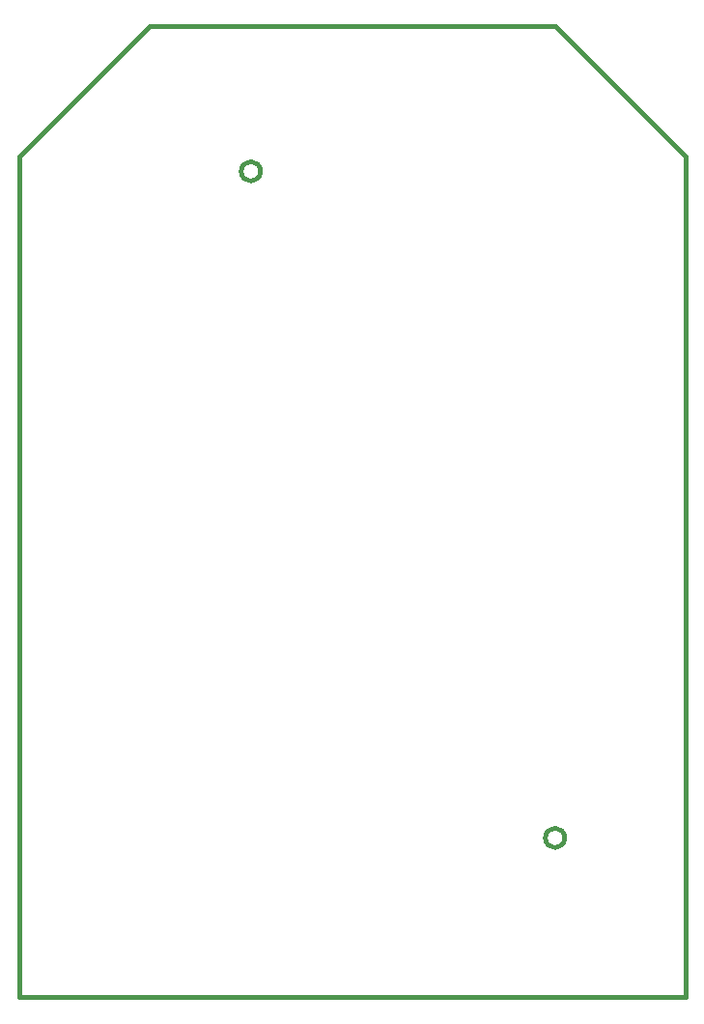
<source format=gbr>
G04 #@! TF.GenerationSoftware,KiCad,Pcbnew,5.1.12-84ad8e8a86~92~ubuntu20.04.1*
G04 #@! TF.CreationDate,2024-08-07T09:29:16+00:00*
G04 #@! TF.ProjectId,___-1.17.C-1,221a1f2d-312e-4313-972e-432d312e6b69,3C*
G04 #@! TF.SameCoordinates,Original*
G04 #@! TF.FileFunction,Profile,NP*
%FSLAX46Y46*%
G04 Gerber Fmt 4.6, Leading zero omitted, Abs format (unit mm)*
G04 Created by KiCad (PCBNEW 5.1.12-84ad8e8a86~92~ubuntu20.04.1) date 2024-08-07 09:29:16*
%MOMM*%
%LPD*%
G01*
G04 APERTURE LIST*
G04 #@! TA.AperFunction,Profile*
%ADD10C,0.400000*%
G04 #@! TD*
G04 APERTURE END LIST*
D10*
X124040000Y-165100000D02*
G75*
G03*
X124040000Y-165100000I-850000J0D01*
G01*
X97370000Y-106680000D02*
G75*
G03*
X97370000Y-106680000I-850000J0D01*
G01*
X123190000Y-93980000D02*
X134620000Y-105410000D01*
X76200000Y-105410000D02*
X87630000Y-93980000D01*
X134620000Y-105410000D02*
X134620000Y-179070000D01*
X76200000Y-105410000D02*
X76200000Y-179070000D01*
X76200000Y-179070000D02*
X134620000Y-179070000D01*
X87630000Y-93980000D02*
X123190000Y-93980000D01*
M02*

</source>
